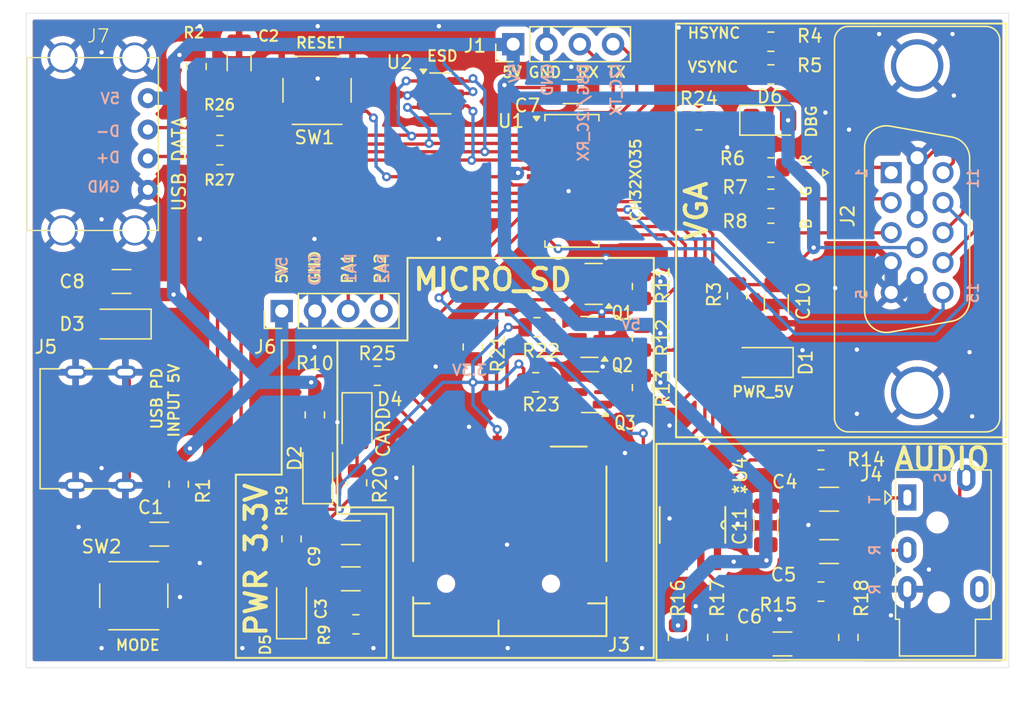
<source format=kicad_pcb>
(kicad_pcb (version 20240108) (generator "pcbnew") (generator_version "8.0")
  (title_block (title "RVPC2") (date "2025-02-23") (rev "v0.1"))
  (layers (0 "F.Cu" signal "Front") (31 "B.Cu" signal "Back") (34 "B.Paste" user) (35 "F.Paste" user) (36 "B.SilkS" user "B.Silkscreen") (37 "F.SilkS" user "F.Silkscreen") (38 "B.Mask" user) (39 "F.Mask" user) (44 "Edge.Cuts" user))
  (net 0 "")
  (net 1 "Net-(U1-PA0{slash}T2C1{slash}CTS2{slash}C1P1{slash}A0)")
  (net 2 "GND")
  (net 3 "Net-(U1-PC3{slash}RST{slash}T2C3N_{slash}T2C1N_{slash}C1N0{slash}C2N1{slash}C3N1{slash}A13)")
  (net 4 "Net-(D2-K)")
  (net 5 "Net-(C4-Pad1)")
  (net 6 "Net-(C5-Pad1)")
  (net 7 "Net-(U1-PA3{slash}T2C4{slash}O1O0{slash}T3C1_{slash}RX2{slash}A3)")
  (net 8 "Net-(C6-Pad1)")
  (net 9 "+5V")
  (net 10 "Net-(D1-A)")
  (net 11 "Net-(D2-A)")
  (net 12 "Net-(D3-A)")
  (net 13 "Net-(D4-A)")
  (net 14 "Net-(D4-K)")
  (net 15 "Net-(D5-A)")
  (net 16 "Net-(D6-K)")
  (net 17 "Net-(J1-Pin_4)")
  (net 18 "Net-(J1-Pin_3)")
  (net 19 "Net-(U1-PB3{slash}TX3{slash}C3O{slash}T2C3_{slash}T2C3N_{slash}O2P1)")
  (net 20 "Net-(J2-Pad2)")
  (net 21 "Net-(U1-PB11{slash}T1C3{slash}T2C1N_{slash}RX1)")
  (net 22 "Net-(J2-Pad13)")
  (net 23 "Net-(J2-Pad3)")
  (net 24 "Net-(J2-Pad14)")
  (net 25 "Net-(J2-Pad1)")
  (net 26 "Net-(U1-PB0{slash}TX4{slash}T1C2N_{slash}O1P0{slash}A8)")
  (net 27 "Net-(J3-DI)")
  (net 29 "Net-(J3-CLK)")
  (net 30 "Net-(J3-DO)")
  (net 32 "Net-(J3-CS)")
  (net 33 "Net-(J5-CC2)")
  (net 34 "Net-(J5-CC1)")
  (net 35 "Net-(J7-D-)")
  (net 36 "Net-(J7-D+)")
  (net 37 "Net-(Q1-G)")
  (net 38 "Net-(Q2-G)")
  (net 39 "Net-(Q3-G)")
  (net 40 "Net-(U1-PB12{slash}T1C4_{slash}T2C2N_)")
  (net 41 "Net-(U1-PB10{slash}TX1{slash}T1C2)")
  (net 42 "Net-(U1-PB8{slash}T1C3N{slash}O1P1)")
  (net 43 "Net-(U1-PB7{slash}T1C2N{slash}RTS3_{slash}O2P2)")
  (net 44 "Net-(U1-PB6{slash}T1C1N{slash}CTS3{slash}O1N1)")
  (net 45 "Net-(U4-1OUT)")
  (net 46 "Net-(U4-2OUT)")
  (net 47 "Net-(U1-PB9{slash}T1C1{slash}MCO{slash}TX4_)")
  (net 48 "Net-(U1-PC16{slash}UDM{slash}T1C4{slash}TX4_{slash}I2C_{slash}RX4_{slash}CTS1{slash}PC11)")
  (net 49 "Net-(U1-PC17{slash}UDP{slash}RTS1{slash}TX4_{slash}I2C_{slash}RX4_{slash}T1ET{slash}PC10)")
  (net 50 "Net-(U1-PB4{slash}T2C4_{slash}T3C1_{slash}T2BK_{slash}RX3{slash}O1P2)")
  (net 51 "Net-(U1-PB1{slash}T1C3N_{slash}RX4{slash}O2N1{slash}A9{slash}PB5{slash}O1O1{slash}T3C2_{slash}T1BK)")
  (net 54 "Net-(J6-Pin_4)")
  (net 55 "Net-(J6-Pin_3)")
  (footprint "Resistor_SMD:R_0805_2012Metric" (layer "F.Cu") (at 91.25 51.5975 -90)
    (property "Reference" "R3")
    (property "Value" "330R")
  )
  (footprint "Resistor_SMD:R_0805_2012Metric" (layer "F.Cu") (at 75.8875 58.2)
    (property "Reference" "R23")
    (property "Value" "10k")
  )
  (footprint "LED_SMD:LED_1206_3216Metric" (layer "F.Cu") (at 57.25 75.5 90)
    (property "Reference" "D5")
    (property "Value" "LED")
  )
  (footprint "Package_SO:D8" (layer "F.Cu") (at 87.855 69.0938 -90)
    (property "Reference" "U4")
    (property "Value" "TL072CDR")
  )
  (footprint "Capacitor_SMD:C_1206_3216Metric" (layer "F.Cu") (at 61.775 73.21)
    (property "Reference" "C3")
    (property "Value" "10u")
  )
  (footprint "Resistor_SMD:R_0805_2012Metric" (layer "F.Cu") (at 51.78125 40.85 180)
    (property "Reference" "R27")
    (property "Value" "22R")
  )
  (footprint "Capacitor_SMD:C_1206_3216Metric" (layer "F.Cu") (at 44.275 50.5 180)
    (property "Reference" "C8")
    (property "Value" "10u")
  )
  (footprint "Capacitor_SMD:C_1206_3216Metric" (layer "F.Cu") (at 94.25 52.2175 -90)
    (property "Reference" "C10")
    (property "Value" "100n")
  )
  (footprint "Capacitor_SMD:C_1206_3216Metric" (layer "F.Cu") (at 94.725 78.185 180)
    (property "Reference" "C6")
    (property "Value" "100n")
  )
  (footprint "Connector_Dsub:DSUB-15-HD_Female_Vertical_P2.29x1.98mm_MountingHoles" (layer "F.Cu") (at 103.02 42.185 90)
    (property "Reference" "J2")
    (property "Value" "DE15_Receptacle_HighDensity_MountingHoles")
  )
  (footprint "Resistor_SMD:R_0805_2012Metric" (layer "F.Cu") (at 84 58.5975 -90)
    (property "Reference" "R13")
    (property "Value" "5k")
  )
  (footprint "Resistor_SMD:R_0805_2012Metric" (layer "F.Cu") (at 84 50.88 -90)
    (property "Reference" "R11")
    (property "Value" "5k")
  )
  (footprint "Capacitor_SMD:C_1206_3216Metric" (layer "F.Cu") (at 47.16 69.8 180)
    (property "Reference" "C1")
    (property "Value" "100n")
  )
  (footprint "Connector:Micro_SD_9pin_push_push" (layer "F.Cu") (at 73.034968 70.106855 180)
    (property "Reference" "J3")
    (property "Value" "MicroSD_Receptacle" (hide yes))
  )
  (footprint "Resistor_SMD:R_0805_2012Metric" (layer "F.Cu") (at 99.75 77.685 90)
    (property "Reference" "R18")
    (property "Value" "1K")
  )
  (footprint "Resistor_SMD:R_0805_2012Metric" (layer "F.Cu") (at 93.8375 32.185)
    (property "Reference" "R4")
    (property "Value" "47R")
  )
  (footprint "Button_Switch_SMD:SW_SPST_5x5_4pin" (layer "F.Cu") (at 45.21 74.6 180)
    (property "Reference" "SW1" (hide yes))
    (property "Value" "SW_Push" (hide yes))
  )
  (footprint "Resistor_SMD:R_0805_2012Metric" (layer "F.Cu") (at 59.03 60.685 -90)
    (property "Reference" "R10")
    (property "Value" "10k")
  )
  (footprint "Package_SO:QSOP-28_3.9x9.9mm_P0.635mm" (layer "F.Cu") (at 78.6525 42.8125)
    (property "Reference" "U1")
    (property "Value" "CH32X035G8R6")
  )
  (footprint "Connector_USB:USB2_A_Female_Short_14.6x10" (layer "F.Cu") (at 42.08125 40 -90)
    (property "Reference" "J7")
    (property "Value" "USB_A")
  )
  (footprint "Resistor_SMD:R_0805_2012Metric" (layer "F.Cu") (at 63.8 57.7)
    (property "Reference" "R25")
    (property "Value" "10k")
  )
  (footprint "Connector_USB:USB_C_Receptacle_HRO_TYPE-C-31-M-17" (layer "F.Cu") (at 41.57 61.75 -90)
    (property "Reference" "J5")
    (property "Value" "USB_C_Receptacle_PowerOnly_6P")
  )
  (footprint "Capacitor_SMD:C_1206_3216Metric" (layer "F.Cu") (at 61.775 69.685)
    (property "Reference" "C9")
    (property "Value" "100n")
  )
  (footprint "Capacitor_SMD:C_1206_3216Metric" (layer "F.Cu") (at 98.2825 71.13 180)
    (property "Reference" "C5")
    (property "Value" "470p")
  )
  (footprint "Resistor_SMD:R_0805_2012Metric" (layer "F.Cu") (at 97.6625 74.185)
    (property "Reference" "R15")
    (property "Value" "18K")
  )
  (footprint "Resistor_SMD:R_0805_2012Metric" (layer "F.Cu") (at 93.8375 34.685)
    (property "Reference" "R5")
    (property "Value" "47R")
  )
  (footprint "Connector_Audio:Jack_3.5mm_PJ320E_Horizontal" (layer "F.Cu") (at 108.85 67 180)
    (property "Reference" "J4")
    (property "Value" "AudioJack4")
  )
  (footprint "Diode_SMD:D_1206_3216Metric" (layer "F.Cu") (at 59.25 65.185 90)
    (property "Reference" "D2")
    (property "Value" "D")
  )
  (footprint "Resistor_SMD:R_0805_2012Metric" (layer "F.Cu") (at 84 54.83 -90)
    (property "Reference" "R12")
    (property "Value" "5k")
  )
  (footprint "LED_SMD:LED_1206_3216Metric" (layer "F.Cu") (at 93.75 38.185)
    (property "Reference" "D6")
    (property "Value" "LED")
  )
  (footprint "Resistor_SMD:R_0805_2012Metric" (layer "F.Cu") (at 89.75 77.685 90)
    (property "Reference" "R17")
    (property "Value" "10K")
  )
  (footprint "Resistor_SMD:R_0805_2012Metric" (layer "F.Cu") (at 71.0875 55.5 90)
    (property "Reference" "R21")
    (property "Value" "10k")
  )
  (footprint "Resistor_SMD:R_0805_2012Metric" (layer "F.Cu") (at 97.6625 64.13)
    (property "Reference" "R14")
    (property "Value" "18K")
  )
  (footprint "Package_TO_SOT_SMD:SOT-23-6" (layer "F.Cu") (at 68.6125 36.135)
    (property "Reference" "U2")
    (property "Value" "SRV05-4")
  )
  (footprint "Resistor_SMD:R_0805_2012Metric" (layer "F.Cu") (at 48.64 65.9875 -90)
    (property "Reference" "R1")
    (property "Value" "4.7k")
  )
  (footprint "Connector_PinHeader_2.54mm:PinHeader_1x04_P2.54mm_Vertical" (layer "F.Cu") (at 74.17 32.375 90)
    (property "Reference" "J1")
    (property "Value" "Conn_01x04_Pin")
  )
  (footprint "Package_TO_SOT_SMD:SOT-23" (layer "F.Cu") (at 80.3125 50.685 180)
    (property "Reference" "Q1")
    (property "Value" "Si2300DS")
  )
  (footprint "Capacitor_SMD:C_1206_3216Metric" (layer "F.Cu") (at 93.45 69.13 90)
    (property "Reference" "C11")
    (property "Value" "10n")
  )
  (footprint "Button_Switch_SMD:SW_SPST_5x5_4pin" (layer "F.Cu") (at 59.2 35.8)
    (property "Reference" "SW2" (hide yes))
    (property "Value" "SW_Push")
  )
  (footprint "Resistor_SMD:R_0805_2012Metric" (layer "F.Cu") (at 93.8375 46.785)
    (property "Reference" "R8")
    (property "Value" "470R")
  )
  (footprint "Capacitor_SMD:C_1206_3216Metric" (layer "F.Cu") (at 53.25 33.685 90)
    (property "Reference" "C2")
    (property "Value" "100n")
  )
  (footprint "Diode_SMD:D_1206_3216Metric" (layer "F.Cu") (at 44.25 53.75 180)
    (property "Reference" "D3")
    (property "Value" "D")
  )
  (footprint "Resistor_SMD:R_0805_2012Metric" (layer "F.Cu") (at 62.25 65.8725 90)
    (property "Reference" "R20")
    (property "Value" "270R")
  )
  (footprint "Resistor_SMD:R_0805_2012Metric" (layer "F.Cu") (at 50 34.0875 -90)
    (property "Reference" "R2")
    (property "Value" "4.7k")
  )
  (footprint "Resistor_SMD:R_0805_2012Metric" (layer "F.Cu") (at 88.3375 38.185)
    (property "Reference" "R24")
    (property "Value" "330R")
  )
  (footprint "Resistor_SMD:R_0805_2012Metric" (layer "F.Cu") (at 93.8375 41.785)
    (property "Reference" "R6")
    (property "Value" "470R")
  )
  (footprint "Resistor_SMD:R_0805_2012Metric" (layer "F.Cu") (at 62.1625 76.685)
    (property "Reference" "R9")
    (property "Value" "20k")
  )
  (footprint "Connector_PinHeader_2.54mm:PinHeader_1x04_P2.54mm_Vertical" (layer "F.Cu") (at 56.5 52.75 90)
    (property "Reference" "J6")
    (property "Value" "Conn_01x04_Pin")
  )
  (footprint "Package_TO_SOT_SMD:SOT-23" (layer "F.Cu") (at 79.9875 54.735 180)
    (property "Reference" "Q2")
    (property "Value" "Si2300DS")
  )
  (footprint "Capacitor_SMD:C_1206_3216Metric" (layer "F.Cu") (at 98.2825 67.13 180)
    (property "Reference" "C4")
    (property "Value" "470p")
  )
  (footprint "Resistor_SMD:R_0805_2012Metric" (layer "F.Cu") (at 86.75 77.685 -90)
    (property "Reference" "R16")
    (property "Value" "10K")
  )
  (footprint "Resistor_SMD:R_0805_2012Metric" (layer "F.Cu") (at 75.9875 54)
    (property "Reference" "R22")
    (property "Value" "10k")
  )
  (footprint "Resistor_SMD:R_0805_2012Metric" (layer "F.Cu") (at 51.78125 38.6 180)
    (property "Reference" "R26")
    (property "Value" "22R")
  )
  (footprint "Resistor_SMD:R_0805_2012Metric" (layer "F.Cu") (at 93.8375 44.185)
    (property "Reference" "R7")
    (property "Value" "470R")
  )
  (footprint "Package_TO_SOT_SMD:SOT-23" (layer "F.Cu") (at 80.0375 58.95 180)
    (property "Reference" "Q3")
    (property "Value" "Si2300DS")
  )
  (footprint "Resistor_SMD:R_0805_2012Metric" (layer "F.Cu") (at 57.25 70.1625 -90)
    (property "Reference" "R19")
    (property "Value" "270R")
  )
  (footprint "LED_SMD:LED_1206_3216Metric" (layer "F.Cu") (at 62.25 61.285 -90)
    (property "Reference" "D4")
    (property "Value" "LED")
  )
  (footprint "Capacitor_SMD:C_1206_3216Metric" (layer "F.Cu") (at 78.695 36)
    (property "Reference" "C7")
    (property "Value" "100n")
  )
  (footprint "LED_SMD:LED_1206_3216Metric" (layer "F.Cu") (at 93.25 56.685 180)
    (property "Reference" "D1")
    (property "Value" "LED")
  )
  (gr_line (start 60.75 55) (end 60.75 68.25) (stroke (width 0.1524)) (layer "F.SilkS"))
  (gr_line (start 84.9 79.25) (end 84.9 48.7) (stroke (width 0.1524)) (layer "F.SilkS"))
  (gr_rect (start 86.6 30.8) (end 111.8 62.4) (stroke (width 0.1524)) (fill none) (layer "F.SilkS"))
  (gr_line (start 65 67.75) (end 65 79.25) (stroke (width 0.1524)) (layer "F.SilkS"))
  (gr_line (start 64.5 79.25) (end 64.5 68.25) (stroke (width 0.1524)) (layer "F.SilkS"))
  (gr_line (start 60.75 55) (end 56.5 55) (stroke (width 0.1524)) (layer "F.SilkS"))
  (gr_line (start 64.5 79.25) (end 53 79.25) (stroke (width 0.1524)) (layer "F.SilkS"))
  (gr_line (start 53 65.25) (end 53 79.25) (stroke (width 0.1524)) (layer "F.SilkS"))
  (gr_line (start 56.5 55) (end 56.5 65.25) (stroke (width 0.1524)) (layer "F.SilkS"))
  (gr_line (start 53 65.25) (end 56.5 65.25) (stroke (width 0.1524)) (layer "F.SilkS"))
  (gr_line (start 84.9 48.7) (end 66.1 48.7) (stroke (width 0.1524)) (layer "F.SilkS"))
  (gr_line (start 60.75 67.75) (end 65 67.75) (stroke (width 0.1524)) (layer "F.SilkS"))
  (gr_rect (start 85.1 62.9) (end 111.8 79.4) (stroke (width 0.1524)) (fill none) (layer "F.SilkS"))
  (gr_line (start 65 79.25) (end 84.9 79.25) (stroke (width 0.1524)) (layer "F.SilkS"))
  (gr_line (start 66.1 55) (end 60.75 55) (stroke (width 0.1524)) (layer "F.SilkS"))
  (gr_line (start 66.1 48.7) (end 66.1 55) (stroke (width 0.1524)) (layer "F.SilkS"))
  (gr_line (start 60.75 68.25) (end 64.5 68.25) (stroke (width 0.1524)) (layer "F.SilkS"))
  (gr_rect (start 37 30) (end 112 80) (stroke (width 0.0381)) (fill none) (layer "Edge.Cuts"))
  (gr_text "S" (at 107.25 65 90) (layer "B.SilkS") (effects (font (size 0.8128 0.8128) (thickness 0.1524) (bold yes)) (justify left bottom mirror)))
  (gr_text "15" (at 109.75 50.5 90) (layer "B.SilkS") (effects (font (size 0.8128 0.8128) (thickness 0.1524) (bold yes)) (justify left bottom mirror)))
  (gr_text "T" (at 102.25 66.75 90) (layer "B.SilkS") (effects (font (size 0.8128 0.8128) (thickness 0.1524) (bold yes)) (justify left bottom mirror)))
  (gr_text "11" (at 109.75 41.75 90) (layer "B.SilkS") (effects (font (size 0.8128 0.8128) (thickness 0.1524) (bold yes)) (justify left bottom mirror)))
  (gr_text "D-" (at 44.25 39.5 0) (layer "B.SilkS") (effects (font (size 0.8128 0.8128) (thickness 0.1524) (bold yes)) (justify left bottom mirror)))
  (gr_text "5V" (at 57 48.5 90) (layer "B.SilkS") (effects (font (size 0.8128 0.8128) (thickness 0.1524) (bold yes)) (justify left bottom mirror)))
  (gr_text "I2C_TX" (at 82.5 33.75 90) (layer "B.SilkS") (effects (font (size 0.8128 0.8128) (thickness 0.1524) (bold yes)) (justify left bottom mirror)))
  (gr_text "D+" (at 44.25 41.5 0) (layer "B.SilkS") (effects (font (size 0.8128 0.8128) (thickness 0.1524) (bold yes)) (justify left bottom mirror)))
  (gr_text "3.3V" (at 72.25 57.75 0) (layer "B.SilkS") (effects (font (size 0.8128 0.8128) (thickness 0.1524) (bold yes)) (justify left bottom mirror)))
  (gr_text "PA2" (at 64.75 48.25 90) (layer "B.SilkS") (effects (font (size 0.8128 0.8128) (thickness 0.1524) (bold yes)) (justify left bottom mirror)))
  (gr_text "1" (at 101.25 41.75 90) (layer "B.SilkS") (effects (font (size 0.8128 0.8128) (thickness 0.1524) (bold yes)) (justify left bottom mirror)))
  (gr_text "DBG/I2C_RX" (at 80 33.75 90) (layer "B.SilkS") (effects (font (size 0.8128 0.8128) (thickness 0.1524) (bold yes)) (justify left bottom mirror)))
  (gr_text "5V" (at 74.75 33.75 90) (layer "B.SilkS") (effects (font (size 0.8128 0.8128) (thickness 0.1524) (bold yes)) (justify left bottom mirror)))
  (gr_text "5" (at 101.25 51 90) (layer "B.SilkS") (effects (font (size 0.8128 0.8128) (thickness 0.1524) (bold yes)) (justify left bottom mirror)))
  (gr_text "5V" (at 44.25 37 0) (layer "B.SilkS") (effects (font (size 0.8128 0.8128) (thickness 0.1524) (bold yes)) (justify left bottom mirror)))
  (gr_text "GND" (at 77.25 33.75 90) (layer "B.SilkS") (effects (font (size 0.8128 0.8128) (thickness 0.1524) (bold yes)) (justify left bottom mirror)))
  (gr_text "R" (at 102.25 73.5 90) (layer "B.SilkS") (effects (font (size 0.8128 0.8128) (thickness 0.1524) (bold yes)) (justify left bottom mirror)))
  (gr_text "GND" (at 44.25 43.75 0) (layer "B.SilkS") (effects (font (size 0.8128 0.8128) (thickness 0.1524) (bold yes)) (justify left bottom mirror)))
  (gr_text "R" (at 102.25 70.5 90) (layer "B.SilkS") (effects (font (size 0.8128 0.8128) (thickness 0.1524) (bold yes)) (justify left bottom mirror)))
  (gr_text "5V" (at 84 54.25 0) (layer "B.SilkS") (effects (font (size 0.8128 0.8128) (thickness 0.1524) (bold yes)) (justify left bottom mirror)))
  (gr_text "GND" (at 59.5 48.25 90) (layer "B.SilkS") (effects (font (size 0.8128 0.8128) (thickness 0.1524) (bold yes)) (justify left bottom mirror)))
  (gr_text "PA1" (at 62.25 48.25 90) (layer "B.SilkS") (effects (font (size 0.8128 0.8128) (thickness 0.1524) (bold yes)) (justify left bottom mirror)))
  (gr_text "ESD" (at 67.5 33.75 0) (layer "F.SilkS") (effects (font (size 0.8128 0.8128) (thickness 0.1524) (bold yes)) (justify left bottom)))
  (gr_text "5V\n" (at 73.25 35 0) (layer "F.SilkS") (effects (font (size 0.8128 0.8128) (thickness 0.1524) (bold yes)) (justify left bottom)))
  (gr_text "RESET" (at 57.5 32.75 0) (layer "F.SilkS") (effects (font (size 0.8128 0.8128) (thickness 0.1524) (bold yes)) (justify left bottom)))
  (gr_text "MICRO_SD" (at 66.4 51.3 0) (layer "F.SilkS") (effects (font (size 1.6256 1.6256) (thickness 0.3048) (bold yes)) (justify left bottom)))
  (gr_text "PA2\n" (at 64.5 50.75 90) (layer "F.SilkS") (effects (font (size 0.8128 0.8128) (thickness 0.1524) (bold yes)) (justify left bottom)))
  (gr_text " USB PD\nINPUT 5V" (at 48.75 62.5 90) (layer "F.SilkS") (effects (font (size 0.8128 0.8128) (thickness 0.1524) (bold yes)) (justify left bottom)))
  (gr_text "VSYNC" (at 87.4 34.6 0) (layer "F.SilkS") (effects (font (size 0.8128 0.8128) (thickness 0.1524) (bold yes)) (justify left bottom)))
  (gr_text "PWR_5V" (at 90.8 59.4 0) (layer "F.SilkS") (effects (font (size 0.8128 0.8128) (thickness 0.1524) (bold yes)) (justify left bottom)))
  (gr_text "TX\n" (at 81.25 35 0) (layer "F.SilkS") (effects (font (size 0.8128 0.8128) (thickness 0.1524) (bold yes)) (justify left bottom)))
  (gr_text "MODE" (at 43.75 78.75 0) (layer "F.SilkS") (effects (font (size 0.8128 0.8128) (thickness 0.1524) (bold yes)) (justify left bottom)))
  (gr_text "CARD" (at 64.25 62 90) (layer "F.SilkS") (effects (font (size 1 1))))
  (gr_text "R" (at 97 41.7 90) (layer "F.SilkS") (effects (font (size 0.8128 0.8128) (thickness 0.1524) (bold yes)) (justify left bottom)))
  (gr_text "USB DATA" (at 49.25 45.25 90) (layer "F.SilkS") (effects (font (size 1 1) (thickness 0.1524) (bold yes)) (justify left bottom)))
  (gr_text "DBG" (at 97.4 39.6 90) (layer "F.SilkS") (effects (font (size 0.8128 0.8128) (thickness 0.1524) (bold yes)) (justify left bottom)))
  (gr_text "GND\n" (at 75.25 35 0) (layer "F.SilkS") (effects (font (size 0.8128 0.8128) (thickness 0.1524) (bold yes)) (justify left bottom)))
  (gr_text "CH32X035" (at 84 46 90) (layer "F.SilkS") (effects (font (size 0.8128 0.8128) (thickness 0.1524) (bold yes)) (justify left bottom)))
  (gr_text "GND\n" (at 59.5 50.75 90) (layer "F.SilkS") (effects (font (size 0.8128 0.8128) (thickness 0.1524) (bold yes)) (justify left bottom)))
  (gr_text "VGA" (at 89.1 47.5 90) (layer "F.SilkS") (effects (font (size 1.6256 1.6256) (thickness 0.3048) (bold yes)) (justify left bottom)))
  (gr_text "PA1" (at 62 50.75 90) (layer "F.SilkS") (effects (font (size 0.8128 0.8128) (thickness 0.1524) (bold yes)) (justify left bottom)))
  (gr_text "RX" (at 79 35 0) (layer "F.SilkS") (effects (font (size 0.8128 0.8128) (thickness 0.1524) (bold yes)) (justify left bottom)))
  (gr_text "AUDIO\n" (at 103.1 65 0) (layer "F.SilkS") (effects (font (size 1.6256 1.6256) (thickness 0.3048) (bold yes)) (justify left bottom)))
  (gr_text "5V\n" (at 57 50.75 90) (layer "F.SilkS") (effects (font (size 0.8128 0.8128) (thickness 0.1524) (bold yes)) (justify left bottom)))
  (gr_text "HSYNC" (at 87.4 32 0) (layer "F.SilkS") (effects (font (size 0.8128 0.8128) (thickness 0.1524) (bold yes)) (justify left bottom)))
  (gr_text "G" (at 97 44.1 90) (layer "F.SilkS") (effects (font (size 0.8128 0.8128) (thickness 0.1524) (bold yes)) (justify left bottom)))
  (gr_text "PWR 3.3V" (at 55.5 77.75 90) (layer "F.SilkS") (effects (font (size 1.6256 1.6256) (thickness 0.3048) (bold yes)) (justify left bottom)))
  (gr_text "B" (at 97 46.6 90) (layer "F.SilkS") (effects (font (size 0.8128 0.8128) (thickness 0.1524) (bold yes)) (justify left bottom)))
  (gr_text "SW2" (at 42.75 70.75 0) (layer "F.SilkS") (effects (font (size 1 1))))
  (gr_text "SW1" (at 59 39.5 0) (layer "F.SilkS") (effects (font (size 1 1))))
  (segment (start 48.64 66.9) (end 53.4 62.14) (width 0.254) (layer "F.Cu") (net 1))
  (segment (start 48.64 66.9) (end 48.64 69.795) (width 0.254) (layer "F.Cu") (net 1))
  (segment (start 48.74 72.75) (end 41.76 72.75) (width 0.254) (layer "F.Cu") (net 1))
  (segment (start 48.64 69.795) (end 48.635 69.8) (width 0.254) (layer "F.Cu") (net 1))
  (segment (start 48.635 72.645) (end 48.74 72.75) (width 0.254) (layer "F.Cu") (net 1))
  (segment (start 53.4 62.14) (end 53.4 46.1) (width 0.254) (layer "F.Cu") (net 1))
  (segment (start 55.735 43.765) (end 76.015 43.765) (width 0.254) (layer "F.Cu") (net 1))
  (segment (start 48.635 69.8) (end 48.635 72.645) (width 0.254) (layer "F.Cu") (net 1))
  (segment (start 53.4 46.1) (end 55.735 43.765) (width 0.254) (layer "F.Cu") (net 1))
  (segment (start 77.295 42.495) (end 76.015 42.495) (width 0.254) (layer "F.Cu") (net 2))
  (segment (start 105.76 41.04) (end 106.3 40.5) (width 0.254) (layer "F.Cu") (net 2))
  (segment (start 66.1 36.3) (end 66.265 36.135) (width 0.254) (layer "F.Cu") (net 2))
  (segment (start 104.44 41.04) (end 105 41.04) (width 0.254) (layer "F.Cu") (net 2))
  (segment (start 104.44 41.04) (end 103.7 40.3) (width 0.254) (layer "F.Cu") (net 2))
  (segment (start 66.265 36.135) (end 67.475 36.135) (width 0.254) (layer "F.Cu") (net 2))
  (segment (start 78.4 43.6) (end 77.295 42.495) (width 0.254) (layer "F.Cu") (net 2))
  (segment (start 59.04 52.75) (end 59.04 54.29) (width 1.016) (layer "F.Cu") (net 2))
  (segment (start 59.04 50.96) (end 59.04 52.75) (width 1.016) (layer "F.Cu") (net 2))
  (via (at 98 37.5969) (size 0.6858) (drill 0.3302) (layers "F.Cu" "B.Cu") (net 2))
  (via (at 59 55.5) (size 0.6858) (drill 0.3302) (layers "F.Cu" "B.Cu") (net 2))
  (via (at 81.25 48.7) (size 0.6858) (drill 0.3302) (layers "F.Cu" "B.Cu") (net 2))
  (via (at 73.75 78.5) (size 0.6858) (drill 0.3302) (layers "F.Cu" "B.Cu") (net 2))
  (via (at 96.25 55.75) (size 0.6858) (drill 0.3302) (layers "F.Cu" "B.Cu") (net 2))
  (via (at 98.75 51) (size 0.6858) (drill 0.3302) (layers "F.Cu" "B.Cu") (net 2))
  (via (at 103 76) (size 0.6858) (drill 0.3302) (layers "F.Cu" "B.Cu") (net 2))
  (via (at 41 69.25) (size 0.6858) (drill 0.3302) (layers "F.Cu" "B.Cu") (net 2))
  (via (at 50.25 31) (size 0.6858) (drill 0.3302) (layers "F.Cu" "B.Cu") (net 2))
  (via (at 68.5 47.25) (size 0.6858) (drill 0.3302) (layers "F.Cu" "B.Cu") (net 2))
  (via (at 42.75 78.5) (size 0.6858) (drill 0.3302) (layers "F.Cu" "B.Cu") (net 2))
  (via (at 63.5 78.5) (size 0.6858) (drill 0.3302) (layers "F.Cu" "B.Cu") (net 2))
  (via (at 86.1 61.5) (size 0.6858) (drill 0.3302) (layers "F.Cu" "B.Cu") (net 2))
  (via (at 65.25 65.5) (size 0.6858) (drill 0.3302) (layers "F.Cu" "B.Cu") (net 2))
  (via (at 42.75 64.75) (size 0.6858) (drill 0.3302) (layers "F.Cu" "B.Cu") (net 2))
  (via (at 102.1 31.6) (size 0.6858) (drill 0.3302) (layers "F.Cu" "B.Cu") (net 2))
  (via (at 109 55.9) (size 0.6858) (drill 0.3302) (layers "F.Cu" "B.Cu") (net 2))
  (via (at 90.5 40.25) (size 0.6858) (drill 0.3302) (layers "F.Cu" "B.Cu") (net 2))
  (via (at 109.2 60.8) (size 0.6858) (drill 0.3302) (layers "F.Cu" "B.Cu") (net 2))
  (via (at 107.8 36.3) (size 0.6858) (drill 0.3302) (layers "F.Cu" "B.Cu") (net 2))
  (via (at 48.74 74.6) (size 0.6858) (drill 0.3302) (layers "F.Cu" "B.Cu") (net 2))
  (via (at 78.6 34.1) (size 0.6858) (drill 0.3302) (layers "F.Cu" "B.Cu") (net 2))
  (via (at 68.25 57) (size 0.6858) (drill 0.3302) (layers "F.Cu" "B.Cu") (net 2))
  (via (at 84 78.5) (size 0.6858) (drill 0.3302) (layers "F.Cu" "B.Cu") (net 2))
  (via (at 99.8 38.9) (size 0.6858) (drill 0.3302) (layers "F.Cu" "B.Cu") (net 2))
  (via (at 80.925 52.8) (size 0.6858) (drill 0.3302) (layers "F.Cu" "B.Cu") (net 2))
  (via (at 86.8 31.1) (size 0.6858) (drill 0.3302) (layers "F.Cu" "B.Cu") (net 2))
  (via (at 68.5 31) (size 0.6858) (drill 0.3302) (layers "F.Cu" "B.Cu") (net 2))
  (via (at 86.1 68.6) (size 0.6858) (drill 0.3302) (layers "F.Cu" "B.Cu") (net 2))
  (via (at 100.4 60.6) (size 0.6858) (drill 0.3302) (layers "F.Cu" "B.Cu") (net 2))
  (via (at 105.9 72.5) (size 0.6858) (drill 0.3302) (layers "F.Cu" "B.Cu") (net 2))
  (via (at 73.7 70.6) (size 0.6858) (drill 0.3302) (layers "F.Cu" "B.Cu") (net 2))
  (via (at 59.25 31) (size 0.6858) (drill 0.3302) (layers "F.Cu" "B.Cu") (net 2))
  (via (at 60.75 61.25) (size 0.6858) (drill 0.3302) (layers "F.Cu" "B.Cu") (net 2))
  (via (at 59 47.25) (size 0.6858) (drill 0.3302) (layers "F.Cu" "B.Cu") (net 2))
  (via (at 91.3 69) (size 0.6858) (drill 0.3302) (layers "F.Cu" "B.Cu") (net 2))
  (via (at 100.4 55.7) (size 0.6858) (drill 0.3302) (layers "F.Cu" "B.Cu") (net 2))
  (via (at 42.75 33) (size 0.6858) (drill 0.3302) (layers "F.Cu" "B.Cu") (net 2))
  (via (at 78.4 43.6) (size 0.6858) (drill 0.3302) (layers "F.Cu" "B.Cu") (net 2))
  (via (at 88.1 75.3) (size 0.6858) (drill 0.3302) (layers "F.Cu" "B.Cu") (net 2))
  (via (at 66.1 36.3) (size 0.6858) (drill 0.3302) (layers "F.Cu" "B.Cu") (net 2))
  (via (at 82.7 63.6) (size 0.6858) (drill 0.3302) (layers "F.Cu" "B.Cu") (net 2))
  (via (at 42.75 45.75) (size 0.6858) (drill 0.3302) (layers "F.Cu" "B.Cu") (net 2))
  (via (at 70.8 61.6) (size 0.6858) (drill 0.3302) (layers "F.Cu" "B.Cu") (net 2))
  (via (at 94.5 76.3) (size 0.6858) (drill 0.3302) (layers "F.Cu" "B.Cu") (net 2))
  (via (at 81 57) (size 0.6858) (drill 0.3302) (layers "F.Cu" "B.Cu") (net 2))
  (via (at 50.25 47.25) (size 0.6858) (drill 0.3302) (layers "F.Cu" "B.Cu") (net 2))
  (via (at 50.25 72) (size 0.6858) (drill 0.3302) (layers "F.Cu" "B.Cu") (net 2))
  (via (at 53.5 78.5) (size 0.6858) (drill 0.3302) (layers "F.Cu" "B.Cu") (net 2))
  (via (at 107.7 31.6) (size 0.6858) (drill 0.3302) (layers "F.Cu" "B.Cu") (net 2))
  (via (at 59.25 35) (size 0.6858) (drill 0.3302) (layers "F.Cu" "B.Cu") (net 2))
  (via (at 96.7 69.1) (size 0.6858) (drill 0.3302) (layers "F.Cu" "B.Cu") (net 2))
  (segment (start 105 43.33) (end 105 45.62) (width 1.016) (layer "B.Cu") (net 2))
  (segment (start 103.02 49.055) (end 103.02 51.345) (width 1.016) (layer "B.Cu") (net 2))
  (segment (start 105 41.04) (end 105 43.33) (width 1.016) (layer "B.Cu") (net 2))
  (segment (start 76.86 32.375) (end 76.71 32.375) (width 0.254) (layer "B.Cu") (net 2))
  (segment (start 103.02 51.345) (end 103.855 51.345) (width 1.016) (layer "B.Cu") (net 2))
  (segment (start 103.855 51.345) (end 105 50.2) (width 1.016) (layer "B.Cu") (net 2))
  (segment (start 102.195 49.055) (end 101.5 49.75) (width 1.016) (layer "B.Cu") (net 2))
  (segment (start 59.04 51.5) (end 59.04 54) (width 1.016) (layer "B.Cu") (net 2))
  (segment (start 105 50.2) (end 105 52) (width 1.016) (layer "B.Cu") (net 2))
  (segment (start 105 41.04) (end 104.25 40.29) (width 1.016) (layer "B.Cu") (net 2))
  (segment (start 63.5 38) (end 63 37.5) (width 0.254) (layer "F.Cu") (net 3))
  (segment (start 63 37.5) (end 55.59 37.5) (width 0.254) (layer "F.Cu") (net 3))
  (segment (start 55.59 37.5) (end 53.25 35.16) (width 0.254) (layer "F.Cu") (net 3))
  (segment (start 50.16 35.16) (end 50 35) (width 0.254) (layer "F.Cu") (net 3))
  (segment (start 73.5 42.5) (end 74.13 43.13) (width 0.254) (layer "F.Cu") (net 3))
  (segment (start 64.5 42.5) (end 73.5 42.5) (width 0.254) (layer "F.Cu") (net 3))
  (segment (start 74.13 43.13) (end 76.015 43.13) (width 0.254) (layer "F.Cu") (net 3))
  (segment (start 53.25 35.16) (end 50.16 35.16) (width 0.254) (layer "F.Cu") (net 3))
  (via (at 63.5 38) (size 0.6858) (drill 0.3302) (layers "F.Cu" "B.Cu") (net 3))
  (via (at 64.5 42.5) (size 0.6858) (drill 0.3302) (layers "F.Cu" "B.Cu") (net 3))
  (segment (start 63.7 38.2) (end 63.7 41.7) (width 0.254) (layer "B.Cu") (net 3))
  (segment (start 63.5 38) (end 63.7 38.2) (width 0.254) (layer "B.Cu") (net 3))
  (segment (start 63.7 41.7) (end 64.5 42.5) (width 0.254) (layer "B.Cu") (net 3))
  (segment (start 74.975 57.175) (end 74.6 56.8) (width 0.254) (layer "F.Cu") (net 4))
  (segment (start 74.975 58.2) (end 74.975 57.175) (width 0.254) (layer "F.Cu") (net 4))
  (segment (start 60.9 67.9) (end 62.015 66.785) (width 0.254) (layer "F.Cu") (net 4))
  (segment (start 60.3 68.5) (end 60.3 69.685) (width 0.254) (layer "F.Cu") (net 4))
  (segment (start 59.25 66.585) (end 59.585 66.585) (width 0.254) (layer "F.Cu") (net 4))
  (segment (start 71.1 56.425) (end 71.0875 56.4125) (width 0.254) (layer "F.Cu") (net 4))
  (segment (start 60.9 67.9) (end 58.1 67.9) (width 0.254) (layer "F.Cu") (net 4))
  (segment (start 72.95 61.8) (end 72.95 62.635) (width 0.254) (layer "F.Cu") (net 4))
  (segment (start 58.1 67.9) (end 57.25 68.75) (width 0.254) (layer "F.Cu") (net 4))
  (segment (start 71.1 58.2) (end 71.1 56.425) (width 0.254) (layer "F.Cu") (net 4))
  (segment (start 60.3 69.685) (end 60.3 73.21) (width 0.254) (layer "F.Cu") (net 4))
  (segment (start 60.9 67.9) (end 60.6 67.6) (width 0.254) (layer "F.Cu") (net 4))
  (segment (start 59.585 66.585) (end 60.9 67.9) (width 0.254) (layer "F.Cu") (net 4))
  (segment (start 57.25 68.75) (end 57.25 69.25) (width 0.254) (layer "F.Cu") (net 4))
  (segment (start 73.8 54) (end 75.075 54) (width 0.254) (layer "F.Cu") (net 4))
  (segment (start 60.3 73.21) (end 60.3 75.735) (width 0.254) (layer "F.Cu") (net 4))
  (segment (start 62.015 66.785) (end 62.25 66.785) (width 0.254) (layer "F.Cu") (net 4))
  (segment (start 60.9 67.9) (end 60.3 68.5) (width 0.254) (layer "F.Cu") (net 4))
  (segment (start 60.3 75.735) (end 61.25 76.685) (width 0.254) (layer "F.Cu") (net 4))
  (via (at 72.95 61.8) (size 0.6858) (drill 0.3302) (layers "F.Cu" "B.Cu") (net 4))
  (via (at 60.9 67.9) (size 0.6858) (drill 0.3302) (layers "F.Cu" "B.Cu") (net 4))
  (via (at 71.1 58.2) (size 0.6858) (drill 0.3302) (layers "F.Cu" "B.Cu") (net 4))
  (via (at 74.6 56.8) (size 0.6858) (drill 0.3302) (layers "F.Cu" "B.Cu") (net 4))
  (via (at 73.8 54) (size 0.6858) (drill 0.3302) (layers "F.Cu" "B.Cu") (net 4))
  (segment (start 73.8 54) (end 73.75 54) (width 0.254) (layer "B.Cu") (net 4))
  (segment (start 72.95 61.8) (end 71.1 59.95) (width 0.254) (layer "B.Cu") (net 4))
  (segment (start 68.8 58.2) (end 60.9 66.1) (width 0.254) (layer "B.Cu") (net 4))
  (segment (start 73.2 58.2) (end 71.1 58.2) (width 0.254) (layer "B.Cu") (net 4))
  (segment (start 60.9 66.1) (end 60.9 67.9) (width 0.254) (layer "B.Cu") (net 4))
  (segment (start 71.2 58.2) (end 71.1 58.2) (width 0.254) (layer "B.Cu") (net 4))
  (segment (start 71.1 58.2) (end 68.8 58.2) (width 0.254) (layer "B.Cu") (net 4))
  (segment (start 74.6 56.8) (end 73.2 58.2) (width 0.254) (layer "B.Cu") (net 4))
  (segment (start 71.1 59.95) (end 71.1 58.2) (width 0.254) (layer "B.Cu") (net 4))
  (segment (start 74.6 56.8) (end 74.6 57) (width 0.254) (layer "B.Cu") (net 4))
  (segment (start 73.75 54) (end 71.1 56.65) (width 0.254) (layer "B.Cu") (net 4))
  (segment (start 71.1 56.65) (end 71.1 58.2) (width 0.254) (layer "B.Cu") (net 4))
  (segment (start 72.95 61.8) (end 72.9 61.75) (width 0.254) (layer "B.Cu") (net 4))
  (segment (start 99.8575 67.03) (end 99.7575 67.13) (width 0.254) (layer "F.Cu") (net 5))
  (segment (start 103.5 67.03) (end 99.8575 67.03) (width 0.254) (layer "F.Cu") (net 5))
  (segment (start 99.7575 67.13) (end 99.7575 65.3125) (width 0.254) (layer "F.Cu") (net 5))
  (segment (start 99.7575 65.3125) (end 98.575 64.13) (width 0.254) (layer "F.Cu") (net 5))
  (segment (start 99.8575 71.03) (end 99.7575 71.13) (width 0.254) (layer "F.Cu") (net 6))
  (segment (start 99.7575 71.13) (end 99.7575 73.0025) (width 0.254) (layer "F.Cu") (net 6))
  (segment (start 99.7575 73.0025) (end 98.575 74.185) (width 0.254) (layer "F.Cu") (net 6))
  (segment (start 103.5 71.03) (end 99.8575 71.03) (width 0.254) (layer "F.Cu") (net 6))
  (segment (start 74.58 45.67) (end 76.015 45.67) (width 0.254) (layer "F.Cu") (net 7))
  (segment (start 84.1 75.9475) (end 84.1 62.1) (width 0.254) (layer "F.Cu") (net 7))
  (segment (start 68.5 51.75) (end 74.58 45.67) (width 0.254) (layer "F.Cu") (net 7))
  (segment (start 93.25 78.185) (end 92.535 78.9) (width 0.254) (layer "F.Cu") (net 7))
  (segment (start 91.3 78.9) (end 90.9975 78.5975) (width 0.254) (layer "F.Cu") (net 7))
  (segment (start 86.75 78.5975) (end 84.1 75.9475) (width 0.254) (layer "F.Cu") (net 7))
  (segment (start 89.75 78.5975) (end 86.75 78.5975) (width 0.254) (layer "F.Cu") (net 7))
  (segment (start 90.9975 78.5975) (end 89.75 78.5975) (width 0.254) (layer "F.Cu") (net 7))
  (segment (start 92.535 78.9) (end 91.3 78.9) (width 0.254) (layer "F.Cu") (net 7))
  (via (at 68.5 51.75) (size 0.6858) (drill 0.3302) (layers "F.Cu" "B.Cu") (net 7))
  (via (at 84.1 62.1) (size 0.6858) (drill 0.3302) (layers "F.Cu" "B.Cu") (net 7))
  (segment (start 83.1 62.1) (end 84.1 62.1) (width 0.254) (layer "B.Cu") (net 7))
  (segment (start 68.5 51.75) (end 69.5 52.75) (width 0.254) (layer "B.Cu") (net 7))
  (segment (start 69.5 52.75) (end 73.75 52.75) (width 0.254) (layer "B.Cu") (net 7))
  (segment (start 73.75 52.75) (end 83.1 62.1) (width 0.254) (layer "B.Cu") (net 7))
  (segment (start 108.25 66.25) (end 108.75 65.75) (width 0.254) (layer "F.Cu") (net 8))
  (segment (start 99.75 78.5975) (end 96.6125 78.5975) (width 0.254) (layer "F.Cu") (net 8))
  (segment (start 108.25 77.05) (end 108.25 66.25) (width 0.254) (layer "F.Cu") (net 8))
  (segment (start 99.75 78.5975) (end 106.7025 78.5975) (width 0.254) (layer "F.Cu") (net 8))
  (segment (start 96.6125 78.5975) (end 96.2 78.185) (width 0.254) (layer "F.Cu") (net 8))
  (segment (start 106.7025 78.5975) (end 108.25 77.05) (width 0.254) (layer "F.Cu") (net 8))
  (segment (start 48.25 51.5) (end 46.4 51.5) (width 1.016) (layer "F.Cu") (net 9))
  (segment (start 84.8675 53.9175) (end 85.4 54.45) (width 0.254) (layer "F.Cu") (net 9))
  (segment (start 45.65 50.6) (end 45.75 50.5) (width 0.254) (layer "F.Cu") (net 9))
  (segment (start 45.65 53.75) (end 45.65 52.25) (width 0.762) (layer "F.Cu") (net 9))
  (segment (start 58.75 58.2) (end 59.25 57.7) (width 0.254) (layer "F.Cu") (net 9))
  (segment (start 84 53.9175) (end 84.8675 53.9175) (width 0.254) (layer "F.Cu") (net 9))
  (segment (start 48.725 33.175) (end 50 33.175) (width 1.016) (layer "F.Cu") (net 9))
  (segment (start 45.65 52.25) (end 45.65 50.6) (width 0.762) (layer "F.Cu") (net 9))
  (segment (start 84 49.9675) (end 84.8675 49.9675) (width 0.254) (layer "F.Cu") (net 9))
  (segment (start 73.685 35.685) (end 77.22 35.685) (width 0.254) (layer "F.Cu") (net 9))
  (segment (start 73.5 35.5) (end 73.685 35.685) (width 0.254) (layer "F.Cu") (net 9))
  (segment (start 74.17 33.03) (end 74.17 32.375) (width 0.254) (layer "F.Cu") (net 9))
  (segment (start 59.03 58.48) (end 59.03 59.7725) (width 1.016) (layer "F.Cu") (net 9))
  (segment (start 59.25 57.7) (end 62.8875 57.7) (width 0.254) (layer "F.Cu") (net 9))
  (segment (start 70.965 36.135) (end 69.75 36.135) (width 0.254) (layer "F.Cu") (net 9))
  (segment (start 71.1 36) (end 70.965 36.135) (width 0.254) (layer "F.Cu") (net 9))
  (segment (start 97.0825 47.91) (end 97.1 47.91) (width 0.254) (layer "F.Cu") (net 9))
  (segment (start 49.5 63.25) (end 48.64 64.11) (width 1.016) (layer "F.Cu") (net 9))
  (segment (start 58.75 58.2) (end 59.03 58.48) (width 1.016) (layer "F.Cu") (net 9))
  (segment (start 74.547073 42.202927) (end 74.89 41.86) (width 0.254) (layer "F.Cu") (net 9))
  (segment (start 91.3075 50.7425) (end 91.2825 50.7175) (width 0.254) (layer "F.Cu") (net 9))
  (segment (start 90.6576 71.5576) (end 91 71.9) (width 0.254) (layer "F.Cu") (net 9))
  (segment (start 74.89 41.86) (end 76.015 41.86) (width 0.254) (layer "F.Cu") (net 9))
  (segment (start 93.45 71.75) (end 93.5 71.8) (width 0.254) (layer "F.Cu") (net 9))
  (segment (start 48.64 64.11) (end 48.64 65.075) (width 1.016) (layer "F.Cu") (net 9))
  (segment (start 71.1 36) (end 71.2 36) (width 0.254) (layer "F.Cu") (net 9))
  (segment (start 89.76 71.5576) (end 90.6576 71.5576) (width 0.254) (layer "F.Cu") (net 9))
  (segment (start 48.7 33.2) (end 48.725 33.175) (width 1.016) (layer "F.Cu") (net 9))
  (segment (start 84 57.685) (end 84.8675 57.685) (width 0.254) (layer "F.Cu") (net 9))
  (segment (start 91.2825 50.7175) (end 91.25 50.685) (width 0.254) (layer "F.Cu") (net 9))
  (segment (start 94.25 50.7425) (end 97.0825 47.91) (width 0.254) (layer "F.Cu") (net 9))
  (segment (start 93.45 70.605) (end 93.45 71.75) (width 0.254) (layer "F.Cu") (net 9))
  (segment (start 84.8675 57.685) (end 85.4 58.2175) (width 0.254) (layer "F.Cu") (net 9))
  (segment (start 94.25 50.7425) (end 91.3075 50.7425) (width 0.254) (layer "F.Cu") (net 9))
  (segment (start 46.4 51.5) (end 45.65 52.25) (width 1.016) (layer "F.Cu") (net 9))
  (segment (start 84.8675 49.9675) (end 85.4 50.5) (width 0.254) (layer "F.Cu") (net 9))
  (via (at 71.1 36) (size 0.6858) (drill 0.3302) (layers "F.Cu" "B.Cu") (net 9))
  (via (at 93.5 71.8) (size 0.6858) (drill 0.3302) (layers "F.Cu" "B.Cu") (net 9))
  (via (at 97.1 47.91) (size 0.6858) (drill 0.3302) (layers "F.Cu" "B.Cu") (net 9))
  (via (at 58.75 58.2) (size 0.6858) (drill 0.3302) (layers "F.Cu" "B.Cu") (net 9))
  (via (at 48.25 51.5) (size 0.6858) (drill 0.3302) (layers "F.Cu" "B.Cu") (net 9))
  (via (at 48.7 33.2) (size 0.6858) (drill 0.3302) (layers "F.Cu" "B.Cu") (net 9))
  (via (at 86.75 76.7725) (size 0.6858) (drill 0.3302) (layers "F.Cu" "B.Cu") (net 9))
  (via (at 85.4 50.5) (size 0.6858) (drill 0.3302) (layers "F.Cu" "B.Cu") (net 9))
  (via (at 95.15 38.185) (size 0.6858) (drill 0.3302) (layers "F.Cu" "B.Cu") (net 9))
  (via (at 49.5 63.25) (size 0.6858) (drill 0.3302) (layers "F.Cu" "B.Cu") (net 9))
  (via (at 85.4 54.45) (size 0.6858) (drill 0.3302) (layers "F.Cu" "B.Cu") (net 9))
  (via (at 74.547073 42.202927) (size 0.6858) (drill 0.3302) (layers "F.Cu" "B.Cu") (net 9))
  (via (at 85.4 58.2175) (size 0.6858) (drill 0.3302) (layers "F.Cu" "B.Cu") (net 9))
  (via (at 73.5 35.5) (size 0.6858) (drill 0.3302) (layers "F.Cu" "B.Cu") (net 9))
  (via (at 91 71.9) (size 0.6858) (drill 0.3302) (layers "F.Cu" "B.Cu") (net 9))
  (segment (start 74.17 32.375) (end 74.145 32.4) (width 1.016) (layer "B.Cu") (net 9))
  (segment (start 73.5 35.5) (end 73.5 42.25) (width 1.016) (layer "B.Cu") (net 9))
  (segment (start 94.25 36.5) (end 74.5 36.5) (width 1.016) (layer "B.Cu") (net 9))
  (segment (start 86.75 74.5676) (end 86.75 76.7725) (width 1.016) (layer "B.Cu") (net 9))
  (segment (start 93.45 66.2675) (end 85.4 58.2175) (width 1.016) (layer "B.Cu") (net 9))
  (segment (start 71 36) (end 68.9 33.9) (width 0.254) (layer "B.Cu") (net 9))
  (segment (start 85.4 58.2175) (end 85.4 50.5) (width 1.016) (layer "B.Cu") (net 9))
  (segment (start 84.7279 53.7779) (end 85.4 54.45) (width 1.016) (layer "B.Cu") (net 9))
  (segment (start 91 71.9) (end 89.4176 71.9) (width 1.016) (layer "B.Cu") (net 9))
  (segment (start 48.25 39.75) (end 48.25 33.65) (width 1.016) (layer "B.Cu") (net 9))
  (segment (start 97.1 43.3) (end 97.1 47.91) (width 1.016) (layer "B.Cu") (net 9))
  (segment (start 91 71.9) (end 93.4 71.9) (width 1.016) (layer "B.Cu") (net 9))
  (segment (start 95.15 38.185) (end 95.15 37.4) (width 1.016) (layer "B.Cu") (net 9))
  (segment (start 95.2 41.4) (end 95.55 41.75) (width 0.254) (layer "B.Cu") (net 9))
  (segment (start 68.9 33.9) (end 68.9 32.4) (width 0.254) (layer "B.Cu") (net 9))
  (segment (start 89.4176 71.9) (end 86.75 74.5676) (width 1.016) (layer "B.Cu") (net 9))
  (segment (start 93.45 71.75) (end 93.45 66.2675) (width 1.016) (layer "B.Cu") (net 9))
  (segment (start 73.5 35.5) (end 74.17 34.83) (width 1.016) (layer "B.Cu") (net 9))
  (segment (start 48.25 51.5) (end 53.5 56.75) (width 1.016) (layer "B.Cu") (net 9))
  (segment (start 48.25 33.65) (end 49.5 32.4) (width 1.016) (layer "B.Cu") (net 9))
  (segment (start 95.15 37.4) (end 94.25 36.5) (width 1.016) (layer "B.Cu") (net 9))
  (segment (start 74.5 42.25) (end 73.5 42.25) (width 1.016) (layer "B.Cu") (net 9))
  (segment (start 54.625 57.875) (end 56.5 56) (width 1.016) (layer "B.Cu") (net 9))
  (segment (start 74.547073 42.202927) (end 74.5 42.25) (width 0.254) (layer "B.Cu") (net 9))
  (segment (start 93.4 71.9) (end 93.5 71.8) (width 0.254) (layer "B.Cu") (net 9))
  (segment (start 53.5 56.75) (end 54.95 58.2) (width 1.016) (layer "B.Cu") (net 9))
  (segment (start 79.0279 53.7779) (end 84.7279 53.7779) (width 1.016) (layer "B.Cu") (net 9))
  (segment (start 74.145 32.4) (end 68.9 32.4) (width 1.016) (layer "B.Cu") (net 9))
  (segment (start 74.5 36.5) (end 73.5 35.5) (width 1.016) (layer "B.Cu") (net 9))
  (segment (start 71.1 36) (end 71 36) (width 0.254) (layer "B.Cu") (net 9))
  (segment (start 97.1 47.91) (end 105 47.91) (width 0.254) (layer "B.Cu") (net 9))
  (segment (start 95.55 41.75) (end 97.1 43.3) (width 1.016) (layer "B.Cu") (net 9))
  (segment (start 95.15 41.35) (end 95.55 41.75) (width 0.254) (layer "B.Cu") (net 9))
  (segment (start 48.1 36.9) (end 48.25 36.75) (width 0.254) (layer "B.Cu") (net 9))
  (segment (start 56.5 56) (end 56.5 52.75) (width 1.016) (layer "B.Cu") (net 9))
  (segment (start 54.95 58.2) (end 58.75 58.2) (width 1.016) (layer "B.Cu") (net 9))
  (segment (start 59.1 58.2) (end 58.75 58.2) (width 0.254) (layer "B.Cu") (net 9))
  (segment (start 74.17 34.83) (end 74.17 32.635) (width 1.016) (layer "B.Cu") (net 9))
  (segment (start 93.5 71.8) (end 93.45 71.75) (width 0.254) (layer "B.Cu") (net 9))
  (segment (start 73.5 48.25) (end 79.0279 53.7779) (width 1.016) (layer "B.Cu") (net 9))
  (segment (start 54.55 58.2) (end 49.5 63.25) (width 1.016) (layer "B.Cu") (net 9))
  (segment (start 54.95 58.2) (end 54.55 58.2) (width 1.016) (layer "B.Cu") (net 9))
  (segment (start 48.25 51.5) (end 48.25 39.75) (width 1.016) (layer "B.Cu") (net 9))
  (segment (start 73.5 42.25) (end 73.5 48.25) (width 1.016) (layer "B.Cu") (net 9))
  (segment (start 68.9 32.4) (end 49.5 32.4) (width 1.016) (layer "B.Cu") (net 9))
  (segment (start 95.15 38.185) (end 95.15 41.35) (width 1.016) (layer "B.Cu") (net 9))
  (segment (start 46.28125 36.5) (end 48.13125 36.5) (width 1.016) (layer "B.Cu") (net 9))
  (segment (start 91.25 54.65) (end 91.25 52.51) (width 0.254) (layer "F.Cu") (net 10))
  (segment (start 91.85 56.685) (end 91 55.835) (width 0.254) (layer "F.Cu") (net 10))
  (segment (start 91 54.9) (end 91.25 54.65) (width 0.254) (layer "F.Cu") (net 10))
  (segment (start 91 55.835) (end 91 54.9) (width 0.254) (layer "F.Cu") (net 10))
  (segment (start 59.03 61.5975) (end 59.03 63.565) (width 1.016) (layer "F.Cu") (net 11))
  (segment (start 59.03 63.565) (end 59.25 63.785) (width 0.254) (layer "F.Cu") (net 11))
  (segment (start 44.75 63.27) (end 43.95 63.27) (width 0.254) (layer "F.Cu") (net 12))
  (segment (start 43.95 63.27) (end 42.85 62.17) (width 0.762) (layer "F.Cu") (net 12))
  (segment (start 42.85 61) (end 42.85 53.75) (width 0.762) (layer "F.Cu") (net 12))
  (segment (start 42.85 59.5) (end 43.58 60.23) (width 0.762) (layer "F.Cu") (net 12))
  (segment (start 43.58 60.23) (end 44.75 60.23) (width 0.762) (layer "F.Cu") (net 12))
  (segment (start 42.85 62.17) (end 42.85 61) (width 0.762) (layer "F.Cu") (net 12))
  (segment (start 62.25 62.685) (end 62.25 64.96) (width 0.254) (layer "F.Cu") (net 13))
  (segment (start 62.25 59.885) (end 65.135 59.885) (width 0.254) (layer "F.Cu") (net 14))
  (segment (start 67.45 62.2) (end 67.45 63.085) (width 0.254) (layer "F.Cu") (net 14))
  (segment (start 65.135 59.885) (end 67.45 62.2) (width 0.254) (layer "F.Cu") (net 14))
  (segment (start 57.25 71.075) (end 57.25 74.1) (width 0.254) (layer "F.Cu") (net 15))
  (segment (start 92.35 38.185) (end 89.25 38.185) (width 0.254) (layer "F.Cu") (net 16))
  (segment (start 83.6 33.7) (end 82.275 32.375) (width 0.254) (layer "F.Cu") (net 17))
  (segment (start 81.315 38.685) (end 83.6 36.4) (width 0.254) (layer "F.Cu") (net 17))
  (segment (start 83.6 36.4) (end 83.6 33.7) (width 0.254) (layer "F.Cu") (net 17))
  (segment (start 82.275 32.375) (end 81.79 32.375) (width 0.254) (layer "F.Cu") (net 17))
  (segment (start 81.29 38.685) (end 81.315 38.685) (width 0.254) (layer "F.Cu") (net 17))
  (segment (start 81.8 37.3) (end 81.8 34.8) (width 0.254) (layer "F.Cu") (net 18))
  (segment (start 79.375 32.375) (end 79.25 32.375) (width 0.254) (layer "F.Cu") (net 18))
  (segment (start 81.8 34.8) (end 79.375 32.375) (width 0.254) (layer "F.Cu") (net 18))
  (segment (start 79.6 37.6) (end 81.5 37.6) (width 0.254) (layer "F.Cu") (net 18))
  (segment (start 78.515 38.685) (end 79.6 37.6) (width 0.254) (layer "F.Cu") (net 18))
  (segment (start 76.015 38.685) (end 78.515 38.685) (width 0.254) (layer "F.Cu") (net 18))
  (segment (start 81.5 37.6) (end 81.8 37.3) (width 0.254) (layer "F.Cu") (net 18))
  (segment (start 81.29 45.035) (end 82.865 45.035) (width 0.254) (layer "F.Cu") (net 19))
  (segment (start 82.865 45.035) (end 82.9 45) (width 0.254) (layer "F.Cu") (net 19))
  (via (at 82.9 45) (size 0.6858) (drill 0.3302) (layers "F.Cu" "B.Cu") (net 19))
  (segment (start 85.15 47.25) (end 89.65 47.25) (width 0.254) (layer "B.Cu") (net 19))
  (segment (start 96 53.6) (end 106 53.6) (width 0.254) (layer "B.Cu") (net 19))
  (segment (start 106 53.6) (end 106.98 52.62) (width 0.254) (layer "B.Cu") (net 19))
  (segment (start 106.98 52.62) (end 106.98 51.345) (width 0.254) (layer "B.Cu") (net 19))
  (segment (start 89.65 47.25) (end 96 53.6) (width 0.254) (layer "B.Cu") (net 19))
  (segment (start 82.9 45) (end 85.15 47.25) (width 0.254) (layer "B.Cu") (net 19))
  (segment (start 102.73 44.185) (end 103.02 44.475) (width 0.254) (layer "F.Cu") (net 20))
  (segment (start 94.75 44.185) (end 102.73 44.185) (width 0.254) (layer "F.Cu") (net 20))
  (segment (start 81.29 39.955) (end 82.295 39.955) (width 0.254) (layer "F.Cu") (net 21))
  (segment (start 82.295 39.955) (end 87.565 34.685) (width 0.254) (layer "F.Cu") (net 21))
  (segment (start 87.565 34.685) (end 92.925 34.685) (width 0.254) (layer "F.Cu") (net 21))
  (segment (start 103.5 38) (end 107.5 38) (width 0.254) (layer "F.Cu") (net 22))
  (segment (start 94.75 34.685) (end 100.185 34.685) (width 0.254) (layer "F.Cu") (net 22))
  (segment (start 100.185 34.685) (end 103.5 38) (width 0.254) (layer "F.Cu") (net 22))
  (segment (start 107.5 38) (end 108.5 39) (width 0.254) (layer "F.Cu") (net 22))
  (segment (start 108.5 45.245) (end 106.98 46.765) (width 0.254) (layer "F.Cu") (net 22))
  (segment (start 108.5 39) (end 108.5 45.245) (width 0.254) (layer "F.Cu") (net 22))
  (segment (start 103 46.785) (end 103.02 46.765) (width 0.254) (layer "F.Cu") (net 23))
  (segment (start 94.75 46.785) (end 103 46.785) (width 0.254) (layer "F.Cu") (net 23))
  (segment (start 94.75 32.185) (end 98.685 32.185) (width 0.254) (layer "F.Cu") (net 24))
  (segment (start 109.4 46.635) (end 106.98 49.055) (width 0.254) (layer "F.Cu") (net 24))
  (segment (start 109.4 37.9) (end 109.4 46.635) (width 0.254) (layer "F.Cu") (net 24))
  (segment (start 103.75 37.25) (end 108.75 37.25) (width 0.254) (layer "F.Cu") (net 24))
  (segment (start 108.75 37.25) (end 109.4 37.9) (width 0.254) (layer "F.Cu") (net 24))
  (segment (start 98.685 32.185) (end 103.75 37.25) (width 0.254) (layer "F.Cu") (net 24))
  (segment (start 94.75 41.785) (end 102.62 41.785) (width 0.254) (layer "F.Cu") (net 25))
  (segment (start 102.62 41.785) (end 103.02 42.185) (width 0.254) (layer "F.Cu") (net 25))
  (segment (start 77.6 48) (end 76.54 46.94) (width 0.254) (layer "F.Cu") (net 26))
  (segment (start 76.54 46.94) (end 76.015 46.94) (width 0.254) (layer "F.Cu") (net 26))
  (via (at 77.6 48) (size 0.6858) (drill 0.3302) (layers "F.Cu" "B.Cu") (net 26))
  (segment (start 77.6 48) (end 89.2 48) (width 0.254) (layer "B.Cu") (net 26))
  (segment (start 95.7031 54.5031) (end 106.2969 54.5031) (width 0.254) (layer "B.Cu") (net 26))
  (segment (start 108.7 52.1) (end 108.7 46.195) (width 0.254) (layer "B.Cu") (net 26))
  (segment (start 106.2969 54.5031) (end 108.7 52.1) (width 0.254) (layer "B.Cu") (net 26))
  (segment (start 89.2 48) (end 95.7031 54.5031) (width 0.254) (layer "B.Cu") (net 26))
  (segment (start 108.7 46.195) (end 106.98 44.475) (width 0.254) (layer "B.Cu") (net 26))
  (segment (start 75.4 61.6) (end 77 61.6) (width 0.254) (layer "F.Cu") (net 27))
  (segment (start 79.05 54.735) (end 77.9 55.885) (width 0.254) (layer "F.Cu") (net 27))
  (segment (start 77.635 54.735) (end 76.9 54) (width 0.254) (layer "F.Cu") (net 27))
  (segment (start 77.9 55.885) (end 77.9 56) (width 0.254) (layer "F.Cu") (net 27))
  (segment (start 79.05 54.735) (end 77.635 54.735) (width 0.254) (layer "F.Cu") (net 27))
  (segment (start 74.1 56) (end 73.7 56.4) (width 0.254) (layer "F.Cu") (net 27))
  (segment (start 73.7 59.9) (end 75.4 61.6) (width 0.254) (layer "F.Cu") (net 27))
  (segment (start 74.05 63.75) (end 74.05 63.085) (width 0.254) (layer "F.Cu") (net 27))
  (segment (start 77 61.6) (end 77.4 62) (width 0.254) (layer "F.Cu") (net 27))
  (segment (start 74.9 64.6) (end 74.05 63.75) (width 0.254) (layer "F.Cu") (net 27))
  (segment (start 77.9 56) (end 74.1 56) (width 0.254) (layer "F.Cu") (net 27))
  (segment (start 73.7 56.4) (end 73.7 59.9) (width 0.254) (layer "F.Cu") (net 27))
  (segment (start 77.4 64.1) (end 76.9 64.6) (width 0.254) (layer "F.Cu") (net 27))
  (segment (start 77.4 62) (end 77.4 64.1) (width 0.254) (layer "F.Cu") (net 27))
  (segment (start 76.9 64.6) (end 74.9 64.6) (width 0.254) (layer "F.Cu") (net 27))
  (segment (start 79.1 58.95) (end 79.1 65.3) (width 0.254) (layer "F.Cu") (net 29))
  (segment (start 79.1 58.95) (end 77.55 58.95) (width 0.254) (layer "F.Cu") (net 29))
  (segment (start 79.1 65.3) (end 77.8 66.6) (width 0.254) (layer "F.Cu") (net 29))
  (segment (start 77.55 58.95) (end 76.8 58.2) (width 0.254) (layer "F.Cu") (net 29))
  (segment (start 71.85 64.45) (end 71.85 63.085) (width 0.254) (layer "F.Cu") (net 29))
  (segment (start 74 66.6) (end 71.85 64.45) (width 0.254) (layer "F.Cu") (net 29))
  (segment (start 77.8 66.6) (end 74 66.6) (width 0.254) (layer "F.Cu") (net 29))
  (segment (start 64.75 57.627) (end 64.75 56.75) (width 0.254) (layer "F.Cu") (net 30))
  (segment (start 69.65 62.527) (end 66.2 59.077) (width 0.254) (layer "F.Cu") (net 30))
  (segment (start 75.195 46.305) (end 76.015 46.305) (width 0.254) (layer "F.Cu") (net 30))
  (segment (start 66.2 59.077) (end 64.823 57.7) (width 0.254) (layer "F.Cu") (net 30))
  (segment (start 64.75 56.75) (end 75.195 46.305) (width 0.254) (layer "F.Cu") (net 30))
  (segment (start 64.823 57.7) (end 64.7125 57.7) (width 0.254) (layer "F.Cu") (net 30))
  (segment (start 69.65 63.085) (end 69.65 62.527) (width 0.254) (layer "F.Cu") (net 30))
  (segment (start 66.2 59.077) (end 64.75 57.627) (width 0.254) (layer "F.Cu") (net 30))
  (segment (start 71.0875 54.5875) (end 71.0875 54.3125) (width 0.254) (layer "F.Cu") (net 32))
  (segment (start 73.5 51.9) (end 72.9 52.5) (width 0.254) (layer "F.Cu") (net 32))
  (segment (start 79.375 50.685) (end 78.16 51.9) (width 0.254) (layer "F.Cu") (net 32))
  (segment (start 75.15 62.55) (end 75.15 63.085) (width 0.254) (layer "F.Cu") (net 32))
  (segment (start 71.0875 54.3125) (end 72.9 52.5) (width 0.254) (layer "F.Cu") (net 32))
  (segment (start 72.9 60.3) (end 75.15 62.55) (width 0.254) (layer "F.Cu") (net 32))
  (segment (start 78.16 51.9) (end 73.5 51.9) (width 0.254) (layer "F.Cu") (net 32))
  (segment (start 72.9 52.5) (end 72.9 60.3) (width 0.254) (layer "F.Cu") (net 32))
  (segment (start 71.025 41.225) (end 71 41.25) (width 0.254) (layer "F.Cu") (net 33))
  (segment (start 52.5 57.5) (end 52.5 45.5) (width 0.254) (layer "F.Cu") (net 33))
  (segment (start 70.685 37.085) (end 69.75 37.085) (width 0.254) (layer "F.Cu") (net 33))
  (segment (start 47.75 62.25) (end 52.5 57.5) (width 0.254) (layer "F.Cu") (net 33))
  (segment (start 52.5 45.5) (end 56.775 41.225) (width 0.254) (layer "F.Cu") (net 33))
  (segment (start 71.1 37.5) (end 70.685 37.085) (width 0.254) (layer "F.Cu") (net 33))
  (segment (start 70.975 41.225) (end 71 41.25) (width 0.254) (layer "F.Cu") (net 33))
  (segment (start 56.775 41.225) (end 70.975 41.225) (width 0.254) (layer "F.Cu") (net 33))
  (segment (start 76.015 41.225) (end 71.025 41.225) (width 0.254) (layer "F.Cu") (net 33))
  (segment (start 44.75 62.25) (end 47.75 62.25) (width 0.254) (layer "F.Cu") (net 33))
  (via (at 71 41.25) (size 0.6858) (drill 0.3302) (layers "F.Cu" "B.Cu") (net 33))
  (via (at 71.1 37.5) (size 0.6858) (drill 0.3302) (layers "F.Cu" "B.Cu") (net 33))
  (segment (start 71.1 37.5) (end 71.1 41.15) (width 0.254) (layer "B.Cu") (net 33))
  (segment (start 71.1 41.15) (end 71 41.25) (width 0.254) (layer "B.Cu") (net 33))
  (segment (start 71.1 35) (end 70.915 35.185) (width 0.254) (layer "F.Cu") (net 34))
  (segment (start 56.41 40.59) (end 72 40.59) (width 0.254) (layer "F.Cu") (net 34))
  (segment (start 51.6 45.4) (end 56.41 40.59) (width 0.254) (layer "F.Cu") (net 34))
  (segment (start 44.75 61.25) (end 47.5 61.25) (width 0.254) (layer "F.Cu") (net 34))
  (segment (start 76.015 40.59) (end 72 40.59) (width 0.254) (layer "F.Cu") (net 34))
  (segment (start 70.915 35.185) (end 69.75 35.185) (width 0.254) (layer "F.Cu") (net 34))
  (segment (start 51.6 57.15) (end 51.6 45.4) (width 0.254) (layer "F.Cu") (net 34))
  (segment (start 47.5 61.25) (end 51.6 57.15) (width 0.254) (layer "F.Cu") (net 34))
  (via (at 72 40.59) (size 0.6858) (drill 0.3302) (layers "F.Cu" "B.Cu") (net 34))
  (via (at 71.1 35) (size 0.6858) (drill 0.3302) (layers "F.Cu" "B.Cu") (net 34))
  (segment (start 72 35.9) (end 71.1 35) (width 0.254) (layer "B.Cu") (net 34))
  (segment (start 72 40.59) (end 72 35.9) (width 0.254) (layer "B.Cu") (net 34))
  (segment (start 50.6875 39.15) (end 50.8375 39) (width 0.254) (layer "F.Cu") (net 35))
  (segment (start 46.78125 38.75) (end 50.71875 38.75) (width 0.254) (layer "F.Cu") (net 35))
  (segment (start 46.78125 40.95) (end 50.76875 40.95) (width 0.254) (layer "F.Cu") (net 36))
  (segment (start 50.7375 41.35) (end 50.8375 41.25) (width 0.254) (layer "F.Cu") (net 36))
  (segment (start 85.64 46.94) (end 86.6 47.9) (width 0.254) (layer "F.Cu") (net 37))
  (segment (start 81.29 46.94) (end 85.64 46.94) (width 0.254) (layer "F.Cu") (net 37))
  (segment (start 86.6 47.9) (end 86.6 50.9) (width 0.254) (layer "F.Cu") (net 37))
  (segment (start 86.6 50.9) (end 85.7075 51.7925) (width 0.254) (layer "F.Cu") (net 37))
  (segment (start 84 51.7925) (end 85.7075 51.7925) (width 0.254) (layer "F.Cu") (net 37))
  (segment (start 83.8425 51.635) (end 84 51.7925) (width 0.254) (layer "F.Cu") (net 37))
  (segment (start 81.25 51.635) (end 83.8425 51.635) (width 0.254) (layer "F.Cu") (net 37))
  (segment (start 84 55.7425) (end 80.9825 55.7425) (width 0.254) (layer "F.Cu") (net 38))
  (segment (start 85.9 46.3) (end 87.3 47.7) (width 0.254) (layer "F.Cu") (net 38))
  (segment (start 83.8425 55.585) (end 84 55.7425) (width 0.254) (layer "F.Cu") (net 38))
  (segment (start 82.102499 46.305) (end 82.107499 46.3) (width 0.254) (layer "F.Cu") (net 38))
  (segment (start 82.107499 46.3) (end 85.9 46.3) (width 0.254) (layer "F.Cu") (net 38))
  (segment (start 87.3 47.7) (end 87.3 54.8) (width 0.254) (layer "F.Cu") (net 38))
  (segment (start 87.3 54.8) (end 86.3575 55.7425) (width 0.254) (layer "F.Cu") (net 38))
  (segment (start 86.3575 55.7425) (end 84 55.7425) (width 0.254) (layer "F.Cu") (net 38))
  (segment (start 80.9825 55.7425) (end 80.925 55.685) (width 0.254) (layer "F.Cu") (net 38))
  (segment (start 81.29 46.305) (end 82.102499 46.305) (width 0.254) (layer "F.Cu") (net 38))
  (segment (start 88.1 47.4) (end 88.1 58.6) (width 0.254) (layer "F.Cu") (net 39))
  (segment (start 86.49 59.51) (end 84 59.51) (width 0.254) (layer "F.Cu") (net 39))
  (segment (start 82.1 59.9) (end 80.975 59.9) (width 0.254) (layer "F.Cu") (net 39))
  (segment (start 88.1 58.6) (end 87.2 59.5) (width 0.254) (layer "F.Cu") (net 39))
  (segment (start 87.2 59.5) (end 86.5 59.5) (width 0.254) (layer "F.Cu") (net 39))
  (segment (start 86.5 59.5) (end 86.49 59.51) (width 0.254) (layer "F.Cu") (net 39))
  (segment (start 86.37 45.67) (end 88.1 47.4) (width 0.254) (layer "F.Cu") (net 39))
  (segment (start 81.29 45.67) (end 86.37 45.67) (width 0.254) (layer "F.Cu") (net 39))
  (segment (start 82.49 59.51) (end 82.1 59.9) (width 0.254) (layer "F.Cu") (net 39))
  (segment (start 84 59.51) (end 82.49 59.51) (width 0.254) (layer "F.Cu") (net 39))
  (segment (start 81.970902 39.32) (end 82.3565 38.934402) (width 0.254) (layer "F.Cu") (net 40))
  (segment (start 82.3565 38.934402) (end 82.3565 38.8935) (width 0.254) (layer "F.Cu") (net 40))
  (segment (start 89.065 32.185) (end 92.925 32.185) (width 0.254) (layer "F.Cu") (net 40))
  (segment (start 82.3565 38.8935) (end 89.065 32.185) (width 0.254) (layer "F.Cu") (net 40))
  (segment (start 81.29 39.32) (end 81.970902 39.32) (width 0.254) (layer "F.Cu") (net 40))
  (segment (start 107.75 41.415) (end 106.98 42.185) (width 0.254) (layer "F.Cu") (net 41))
  (segment (start 87 36.25) (end 100.827418 36.25) (width 0.254) (layer "F.Cu") (net 41))
  (segment (start 82.66 40.59) (end 87 36.25) (width 0.254) (layer "F.Cu") (net 41))
  (segment (start 107.75 39.25) (end 107.75 41.415) (width 0.254) (layer "F.Cu") (net 41))
  (segment (start 103.327418 38.75) (end 107.25 38.75) (width 0.254) (layer "F.Cu") (net 41))
  (segment (start 81.29 40.59) (end 82.66 40.59) (width 0.254) (layer "F.Cu") (net 41))
  (segment (start 100.827418 36.25) (end 103.327418 38.75) (width 0.254) (layer "F.Cu") (net 41))
  (segment (start 107.25 38.75) (end 107.75 39.25) (width 0.254) (layer "F.Cu") (net 41))
  (segment (start 81.33 41.9) (end 81.29 41.86) (width 0.254) (layer "F.Cu") (net 42))
  (segment (start 92.925 41.785) (end 92.81 41.9) (width 0.254) (layer "F.Cu") (net 42))
  (segment (start 92.81 41.9) (end 81.33 41.9) (width 0.254) (layer "F.Cu") (net 42))
  (segment (start 90.485 44.185) (end 88.795 42.495) (width 0.254) (layer "F.Cu") (net 43))
  (segment (start 92.925 44.185) (end 90.485 44.185) (width 0.254) (layer "F.Cu") (net 43))
  (segment (start 88.795 42.495) (end 81.29 42.495) (width 0.254) (layer "F.Cu") (net 43))
  (segment (start 92.925 46.785) (end 90.485 46.785) (width 0.254) (layer "F.Cu") (net 44))
  (segment (start 90.485 46.785) (end 86.8 43.1) (width 0.254) (layer "F.Cu") (net 44))
  (segment (start 86.8 43.1) (end 81.32 43.1) (width 0.254) (layer "F.Cu") (net 44))
  (segment (start 81.32 43.1) (end 81.29 43.13) (width 0.254) (layer "F.Cu") (net 44))
  (segment (start 96.75 64.13) (end 92.26 64.13) (width 0.254) (layer "F.Cu") (net 45))
  (segment (start 92.26 64.13) (end 89.76 66.63) (width 0.254) (layer "F.Cu") (net 45))
  (segment (start 88.49 72.2688) (end 88.49 71.5576) (width 0.254) (layer "F.Cu") (net 46))
  (segment (start 96.75 74.185) (end 90.4062 74.185) (width 0.254) (layer "F.Cu") (net 46))
  (segment (start 90.4062 74.185) (end 88.49 72.2688) (width 0.254) (layer "F.Cu") (net 46))
  (segment (start 87.425 38.185) (end 87.425 39.575) (width 0.254) (layer "F.Cu") (net 47))
  (segment (start 87.425 39.575) (end 85.775 41.225) (width 0.254) (layer "F.Cu") (net 47))
  (segment (start 85.775 41.225) (end 81.29 41.225) (width 0.254) (layer "F.Cu") (net 47))
  (segment (start 54.85 38.6) (end 55.575 39.325) (width 0.254) (layer "F.Cu") (net 48))
  (segment (start 66.5031 39.325) (end 76.01 39.325) (width 0.254) (layer "F.Cu") (net 48))
  (segment (start 76.01 39.325) (end 76.015 39.32) (width 0.254) (layer "F.Cu") (net 48))
  (segment (start 67.475 35.185) (end 66 35.185) (width 0.254) (layer "F.Cu") (net 48))
  (segment (start 52.69375 38.6) (end 54.85 38.6) (width 0.254) (layer "F.Cu") (net 48))
  (segment (start 66.3469 39.325) (end 66.425 39.4031) (width 0.254) (layer "F.Cu") (net 48))
  (segment (start 55.575 39.325) (end 66.3469 39.325) (width 0.254) (layer "F.Cu") (net 48))
  (segment (start 66.425 39.4031) (end 66.5031 39.325) (width 0.254) (layer "F.Cu") (net 48))
  (via (at 66 35.185) (size 0.6858) (drill 0.3302) (layers "F.Cu" "B.Cu") (net 48))
  (via (at 66.425 39.4031) (size 0.6858) (drill 0.3302) (layers "F.Cu" "B.Cu") (net 48))
  (segment (start 65.4 38.3781) (end 65.4 35.785) (width 0.254) (layer "B.Cu") (net 48))
  (segment (start 65.4 35.785) (end 66 35.185) (width 0.254) (layer "B.Cu") (net 48))
  (segment (start 66.425 39.4031) (end 65.4 38.3781) (width 0.254) (layer "B.Cu") (net 48))
  (segment (start 67.36 37.2) (end 67.475 37.085) (width 0.254) (layer "F.Cu") (net 49))
  (segment (start 55.5 40) (end 67.705 40) (width 0.254) (layer "F.Cu") (net 49))
  (segment (start 67.75 39.955) (end 76.015 39.955) (width 0.254) (layer "F.Cu") (net 49))
  (segment (start 67.705 40) (end 67.75 39.955) (width 0.254) (layer "F.Cu") (net 49))
  (segment (start 66.1 37.2) (end 67.36 37.2) (width 0.254) (layer "F.Cu") (net 49))
  (segment (start 54.65 40.85) (end 55.5 40) (width 0.254) (layer "F.Cu") (net 49))
  (segment (start 52.69375 40.85) (end 54.65 40.85) (width 0.254) (layer "F.Cu") (net 49))
  (via (at 66.1 37.2) (size 0.6858) (drill 0.3302) (layers "F.Cu" "B.Cu") (net 49))
  (via (at 67.75 39.955) (size 0.6858) (drill 0.3302) (layers "F.Cu" "B.Cu") (net 49))
  (segment (start 67.75 38.85) (end 66.1 37.2) (width 0.254) (layer "B.Cu") (net 49))
  (segment (start 67.75 39.955) (end 67.75 38.85) (width 0.254) (layer "B.Cu") (net 49))
  (segment (start 81.29 44.4) (end 86.2 44.4) (width 0.254) (layer "F.Cu") (net 50))
  (segment (start 88.8 61.2) (end 84.5 65.5) (width 0.254) (layer "F.Cu") (net 50))
  (segment (start 84.5 65.5) (end 84.5 70.1076) (width 0.254) (layer "F.Cu") (net 50))
  (segment (start 84.5 70.1076) (end 85.95 71.5576) (width 0.254) (layer "F.Cu") (net 50))
  (segment (start 86.2 44.4) (end 88.8 47) (width 0.254) (layer "F.Cu") (net 50))
  (segment (start 88.8 47) (end 88.8 61.2) (width 0.254) (layer "F.Cu") (net 50))
  (segment (start 86.3 43.8) (end 89.4 46.9) (width 0.254) (layer "F.Cu") (net 51))
  (segment (start 81.325 43.8) (end 86.3 43.8) (width 0.254) (layer "F.Cu") (net 51))
  (segment (start 89.4 61.9) (end 87.22 64.08) (width 0.254) (layer "F.Cu") (net 51))
  (segment (start 87.22 64.08) (end 87.22 66.63) (width 0.254) (layer "F.Cu") (net 51))
  (segment (start 89.4 46.9) (end 89.4 61.9) (width 0.254) (layer "F.Cu") (net 51))
  (segment (start 81.29 43.765) (end 81.325 43.8) (width 0.254) (layer "F.Cu") (net 51))
  (segment (start 64.13 47.37) (end 64.12 47.37) (width 0.254) (layer "F.Cu") (net 54))
  (segment (start 64.12 47.37) (end 64.12 52.75) (width 0.254) (layer "F.Cu") (net 54))
  (segment (start 66.465 45.035) (end 64.13 47.37) (width 0.254) (layer "F.Cu") (net 54))
  (segment (start 76.015 45.035) (end 66.465 45.035) (width 0.254) (layer "F.Cu") (net 54))
  (segment (start 76.015 44.4) (end 64.35 44.4) (width 0.254) (layer "F.Cu") (net 55))
  (segment (start 64.35 44.4) (end 61.58 47.17) (width 0.254) (layer "F.Cu") (net 55))
  (segment (start 61.58 47.17) (end 61.58 52.75) (width 0.254) (layer "F.Cu") (net 55))
  (zone (net 2) (net_name "GND") (layers "F&B.Cu") (connect_pads (clearance 0.5)) (min_thickness 0.25) (fill yes (thermal_gap 0.5) (thermal_bridge_width 0.5))
    (polygon (pts (xy 113 29) (xy 113 82) (xy 35 82) (xy 35 29)))
  )
)
</source>
